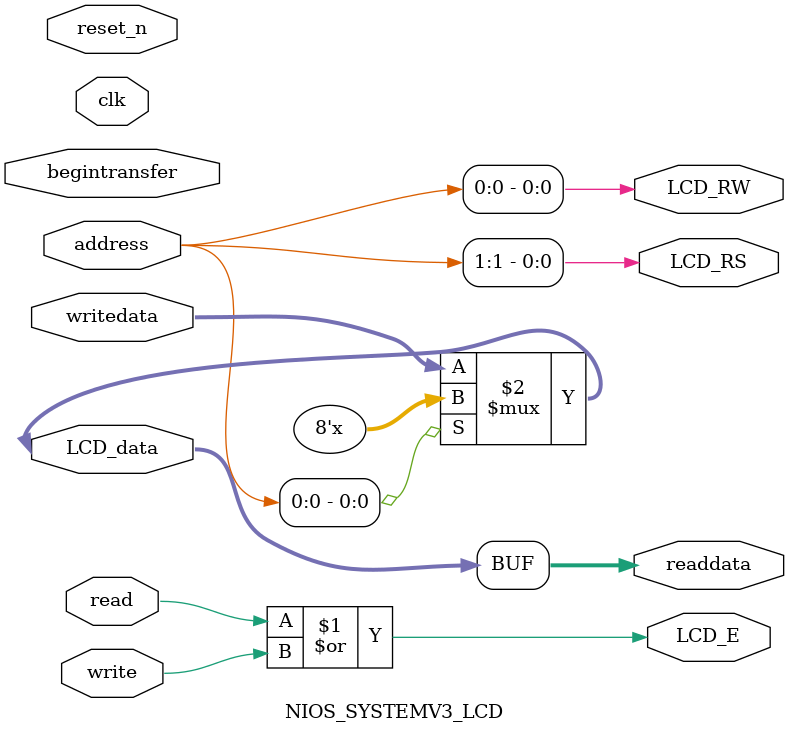
<source format=v>

`timescale 1ns / 1ps
// synthesis translate_on

// turn off superfluous verilog processor warnings 
// altera message_level Level1 
// altera message_off 10034 10035 10036 10037 10230 10240 10030 

module NIOS_SYSTEMV3_LCD (
                           // inputs:
                            address,
                            begintransfer,
                            clk,
                            read,
                            reset_n,
                            write,
                            writedata,

                           // outputs:
                            LCD_E,
                            LCD_RS,
                            LCD_RW,
                            LCD_data,
                            readdata
                         )
;

  output           LCD_E;
  output           LCD_RS;
  output           LCD_RW;
  inout   [  7: 0] LCD_data;
  output  [  7: 0] readdata;
  input   [  1: 0] address;
  input            begintransfer;
  input            clk;
  input            read;
  input            reset_n;
  input            write;
  input   [  7: 0] writedata;

  wire             LCD_E;
  wire             LCD_RS;
  wire             LCD_RW;
  wire    [  7: 0] LCD_data;
  wire    [  7: 0] readdata;
  assign LCD_RW = address[0];
  assign LCD_RS = address[1];
  assign LCD_E = read | write;
  assign LCD_data = (address[0]) ? {8{1'bz}} : writedata;
  assign readdata = LCD_data;
  //control_slave, which is an e_avalon_slave

endmodule


</source>
